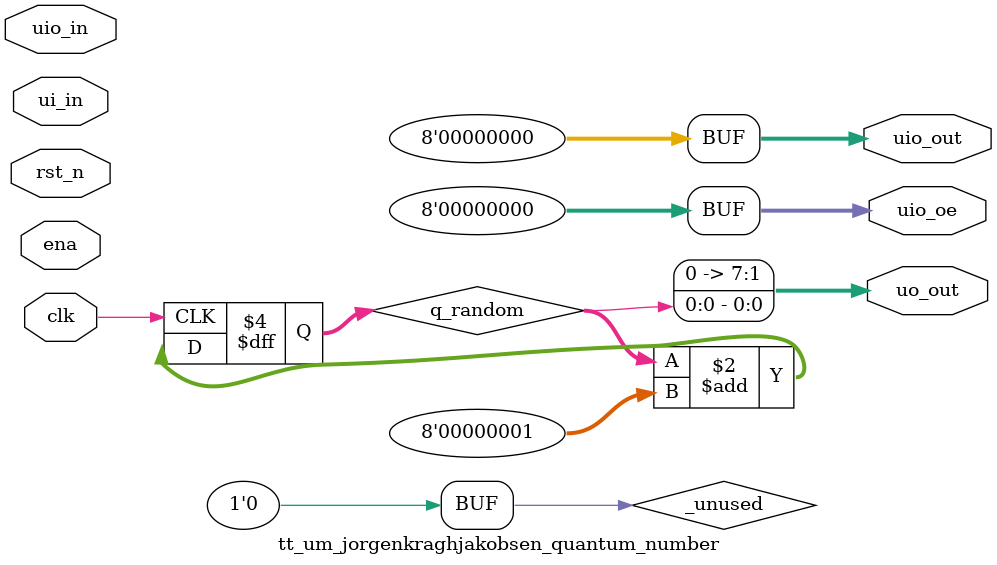
<source format=v>
/*
 * Copyright (c) 2024 Your Name
 * SPDX-License-Identifier: Apache-2.0
 */
`default_nettype none
module tt_um_jorgenkraghjakobsen_quantum_number (
    input  wire [7:0] ui_in,    // Dedicated inputs
    output wire [7:0] uo_out,   // Dedicated outputs
    input  wire [7:0] uio_in,   // IOs: Input path
    output wire [7:0] uio_out,  // IOs: Output path
    output wire [7:0] uio_oe,   // IOs: Enable path (active high: 0=input, 1=output)
    input  wire       ena,      // always 1 when the design is powered, so you can ignore it
    input  wire       clk,      // clock
    input  wire       rst_n     // reset_n - low to reset
);
  reg [7:0] q_random; 
    always @(posedge clk) 
    q_random = q_random + 8'b00000001;
  // All output pins must be assigned. If not used, assign to 0.
  assign uo_out    = {7'b0000000,q_random[0]};
  assign uio_out   = 0;
  assign uio_oe    = 0;
  // List all unused inputs to prevent warnings
  wire _unused = &{ena, rst_n, 1'b0};
endmodule

</source>
